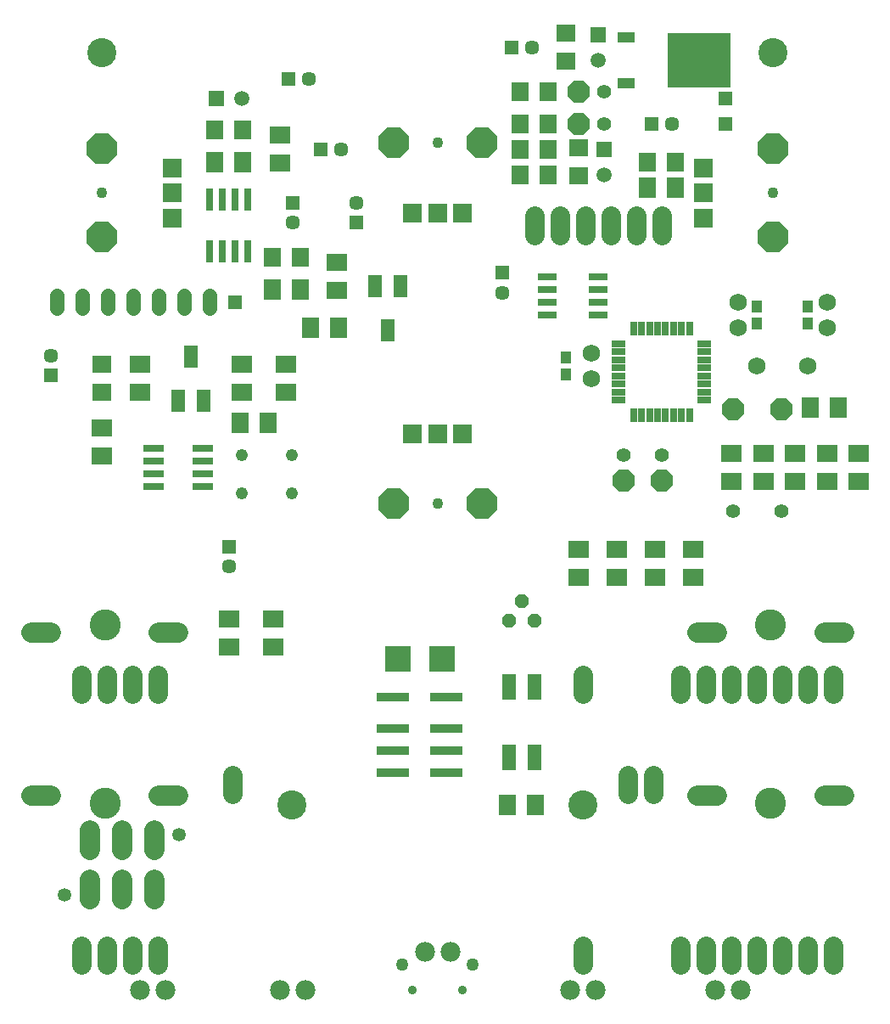
<source format=gbr>
G04 EAGLE Gerber X2 export*
%TF.Part,Single*%
%TF.FileFunction,Soldermask,Top,1*%
%TF.FilePolarity,Positive*%
%TF.GenerationSoftware,Autodesk,EAGLE,9.2.2*%
%TF.CreationDate,2019-01-20T22:08:28Z*%
G75*
%MOMM*%
%FSLAX34Y34*%
%LPD*%
%INSoldermask Top*%
%AMOC8*
5,1,8,0,0,1.08239X$1,22.5*%
G01*
%ADD10R,1.451600X1.451600*%
%ADD11C,1.451600*%
%ADD12R,1.101600X1.201600*%
%ADD13C,1.752600*%
%ADD14R,1.901600X1.701600*%
%ADD15C,1.244600*%
%ADD16R,1.701600X1.901600*%
%ADD17C,1.509600*%
%ADD18R,1.509600X1.509600*%
%ADD19R,0.711200X2.311400*%
%ADD20C,1.981200*%
%ADD21R,1.701600X2.101600*%
%ADD22R,2.101600X1.701600*%
%ADD23R,1.422400X2.286000*%
%ADD24R,1.981200X1.981200*%
%ADD25P,3.357141X8X22.500000*%
%ADD26C,1.101600*%
%ADD27R,1.422400X1.422400*%
%ADD28C,1.422400*%
%ADD29R,2.082800X0.660400*%
%ADD30R,1.371600X0.660400*%
%ADD31R,0.660400X1.371600*%
%ADD32P,3.357141X8X112.500000*%
%ADD33P,3.357141X8X202.500000*%
%ADD34P,3.357141X8X292.500000*%
%ADD35R,3.201600X0.901600*%
%ADD36R,1.371600X2.641600*%
%ADD37C,2.051600*%
%ADD38C,3.101600*%
%ADD39R,1.701600X1.101600*%
%ADD40R,6.301600X5.501600*%
%ADD41P,2.446851X8X22.500000*%
%ADD42R,2.501600X2.501600*%
%ADD43R,1.371600X1.371600*%
%ADD44C,1.351600*%
%ADD45C,0.889000*%
%ADD46C,1.270000*%
%ADD47C,1.981200*%
%ADD48C,2.901600*%
%ADD49P,1.539592X8X22.500000*%
%ADD50R,1.821600X0.701600*%
%ADD51C,1.401600*%
%ADD52P,2.446851X8X202.500000*%


D10*
X88900Y637700D03*
D11*
X88900Y657700D03*
D10*
X393700Y790100D03*
D11*
X393700Y810100D03*
D10*
X330200Y810100D03*
D11*
X330200Y790100D03*
D12*
X844550Y707000D03*
X844550Y690000D03*
X793750Y707000D03*
X793750Y690000D03*
D13*
X628650Y635000D03*
X628650Y660400D03*
D10*
X358300Y863600D03*
D11*
X378300Y863600D03*
D14*
X139700Y649000D03*
X139700Y621000D03*
D15*
X329800Y520700D03*
X279800Y520700D03*
D10*
X326550Y933450D03*
D11*
X346550Y933450D03*
D16*
X280700Y882650D03*
X252700Y882650D03*
X309850Y755650D03*
X337850Y755650D03*
D17*
X279400Y914400D03*
D18*
X254000Y914400D03*
D19*
X247650Y761238D03*
X260350Y761238D03*
X273050Y761238D03*
X285750Y761238D03*
X285750Y813562D03*
X273050Y813562D03*
X260350Y813562D03*
X247650Y813562D03*
D20*
X571500Y796798D02*
X571500Y778002D01*
X596900Y778002D02*
X596900Y796798D01*
X622300Y796798D02*
X622300Y778002D01*
X647700Y778002D02*
X647700Y796798D01*
X673100Y796798D02*
X673100Y778002D01*
X698500Y778002D02*
X698500Y796798D01*
D21*
X252700Y850900D03*
X280700Y850900D03*
X309850Y723900D03*
X337850Y723900D03*
X347950Y685800D03*
X375950Y685800D03*
D22*
X374650Y750600D03*
X374650Y722600D03*
D23*
X438180Y726850D03*
X425450Y682850D03*
X412720Y726850D03*
D21*
X712500Y825500D03*
X684500Y825500D03*
D22*
X317500Y877600D03*
X317500Y849600D03*
X177800Y621000D03*
X177800Y649000D03*
D21*
X278100Y590550D03*
X306100Y590550D03*
D22*
X311150Y395000D03*
X311150Y367000D03*
X139700Y557500D03*
X139700Y585500D03*
X323850Y649000D03*
X323850Y621000D03*
X279400Y649000D03*
X279400Y621000D03*
D23*
X215870Y613000D03*
X228600Y657000D03*
X241330Y613000D03*
D24*
X210000Y845000D03*
X210000Y820000D03*
X210000Y795000D03*
D25*
X140000Y864000D03*
X140000Y776000D03*
D26*
X140000Y820000D03*
D27*
X273050Y711200D03*
D28*
X247650Y717804D02*
X247650Y704596D01*
X222250Y704596D02*
X222250Y717804D01*
X196850Y717804D02*
X196850Y704596D01*
X171450Y704596D02*
X171450Y717804D01*
X146050Y717804D02*
X146050Y704596D01*
X120650Y704596D02*
X120650Y717804D01*
X95250Y717804D02*
X95250Y704596D01*
D29*
X240538Y527050D03*
X240538Y539750D03*
X240538Y552450D03*
X240538Y565150D03*
X191262Y565150D03*
X191262Y552450D03*
X191262Y539750D03*
X191262Y527050D03*
D30*
X741426Y613350D03*
X741426Y621350D03*
X741426Y629350D03*
X741426Y637350D03*
X741426Y645350D03*
X741426Y653350D03*
X741426Y661350D03*
X741426Y669350D03*
D31*
X726500Y684276D03*
X718500Y684276D03*
X710500Y684276D03*
X702500Y684276D03*
X694500Y684276D03*
X686500Y684276D03*
X678500Y684276D03*
X670500Y684276D03*
D30*
X655574Y669350D03*
X655574Y661350D03*
X655574Y653350D03*
X655574Y645350D03*
X655574Y637350D03*
X655574Y629350D03*
X655574Y621350D03*
X655574Y613350D03*
D31*
X670500Y598424D03*
X678500Y598424D03*
X686500Y598424D03*
X694500Y598424D03*
X702500Y598424D03*
X710500Y598424D03*
X718500Y598424D03*
X726500Y598424D03*
D13*
X793750Y647700D03*
X844550Y647700D03*
D22*
X800100Y532100D03*
X800100Y560100D03*
X831850Y532100D03*
X831850Y560100D03*
X863600Y532100D03*
X863600Y560100D03*
X768350Y532100D03*
X768350Y560100D03*
D24*
X450000Y580000D03*
X475000Y580000D03*
X500000Y580000D03*
D32*
X431000Y510000D03*
X519000Y510000D03*
D26*
X475000Y510000D03*
D24*
X740000Y795000D03*
X740000Y820000D03*
X740000Y845000D03*
D33*
X810000Y776000D03*
X810000Y864000D03*
D26*
X810000Y820000D03*
D24*
X500000Y800000D03*
X475000Y800000D03*
X450000Y800000D03*
D34*
X519000Y870000D03*
X431000Y870000D03*
D26*
X475000Y870000D03*
D22*
X266700Y367000D03*
X266700Y395000D03*
X895350Y532100D03*
X895350Y560100D03*
D35*
X430700Y317400D03*
X430700Y285400D03*
X430700Y263400D03*
X430700Y241400D03*
X483700Y317400D03*
X483700Y285400D03*
X483700Y263400D03*
X483700Y241400D03*
D36*
X571500Y327100D03*
X546100Y327100D03*
X546100Y257100D03*
X571500Y257100D03*
D22*
X615950Y464850D03*
X615950Y436850D03*
X654050Y436850D03*
X654050Y464850D03*
X692150Y436850D03*
X692150Y464850D03*
D37*
X89250Y218850D02*
X69750Y218850D01*
X69750Y381150D02*
X89250Y381150D01*
X196750Y218850D02*
X216250Y218850D01*
X216250Y381150D02*
X196750Y381150D01*
D38*
X143000Y211100D03*
X143000Y388900D03*
D37*
X860950Y381150D02*
X880450Y381150D01*
X880450Y218850D02*
X860950Y218850D01*
X753450Y381150D02*
X733950Y381150D01*
X733950Y218850D02*
X753450Y218850D01*
D38*
X807200Y388900D03*
X807200Y211100D03*
D16*
X684500Y850900D03*
X712500Y850900D03*
D10*
X688500Y889000D03*
D11*
X708500Y889000D03*
D10*
X548800Y965200D03*
D11*
X568800Y965200D03*
D14*
X603250Y979200D03*
X603250Y951200D03*
D17*
X641350Y838200D03*
D18*
X641350Y863600D03*
D17*
X635000Y952500D03*
D18*
X635000Y977900D03*
D39*
X663200Y975300D03*
X663200Y929700D03*
D40*
X736200Y952500D03*
D10*
X266700Y467200D03*
D11*
X266700Y447200D03*
D21*
X544800Y209550D03*
X572800Y209550D03*
D15*
X329800Y558800D03*
X279800Y558800D03*
D16*
X557500Y889000D03*
X585500Y889000D03*
X557500Y863600D03*
X585500Y863600D03*
X557500Y838200D03*
X585500Y838200D03*
D14*
X615950Y864900D03*
X615950Y836900D03*
D41*
X660400Y533400D03*
X698500Y533400D03*
D20*
X870000Y339398D02*
X870000Y320602D01*
X844600Y320602D02*
X844600Y339398D01*
X819200Y339398D02*
X819200Y320602D01*
X793800Y320602D02*
X793800Y339398D01*
X768400Y339398D02*
X768400Y320602D01*
X743000Y320602D02*
X743000Y339398D01*
X717600Y339398D02*
X717600Y320602D01*
D41*
X615950Y920750D03*
X615950Y889000D03*
D42*
X435200Y355600D03*
X479200Y355600D03*
D43*
X762000Y914400D03*
X762000Y889000D03*
D37*
X128000Y135000D02*
X128000Y115500D01*
X160000Y115500D02*
X160000Y135000D01*
X192000Y135000D02*
X192000Y115500D01*
X192000Y165000D02*
X192000Y184500D01*
X160000Y184500D02*
X160000Y165000D01*
X128000Y165000D02*
X128000Y184500D01*
D44*
X103000Y120000D03*
X217000Y180000D03*
D45*
X500000Y25400D03*
X450000Y25400D03*
D46*
X440000Y50400D03*
X510000Y50400D03*
D47*
X177800Y25400D03*
X203200Y25400D03*
X317500Y25400D03*
X342900Y25400D03*
X607300Y25400D03*
X632700Y25400D03*
X752300Y25400D03*
X777700Y25400D03*
D20*
X870000Y50602D02*
X870000Y69398D01*
X844600Y69398D02*
X844600Y50602D01*
X819200Y50602D02*
X819200Y69398D01*
X793800Y69398D02*
X793800Y50602D01*
X768400Y50602D02*
X768400Y69398D01*
X743000Y69398D02*
X743000Y50602D01*
X717600Y50602D02*
X717600Y69398D01*
D22*
X730250Y436850D03*
X730250Y464850D03*
D20*
X120000Y339398D02*
X120000Y320602D01*
X145400Y320602D02*
X145400Y339398D01*
X170800Y339398D02*
X170800Y320602D01*
X196200Y320602D02*
X196200Y339398D01*
X120000Y69398D02*
X120000Y50602D01*
X145400Y50602D02*
X145400Y69398D01*
X170800Y69398D02*
X170800Y50602D01*
X196200Y50602D02*
X196200Y69398D01*
D47*
X462300Y63500D03*
X487700Y63500D03*
D48*
X140000Y960000D03*
X810000Y960000D03*
D20*
X620000Y69398D02*
X620000Y50602D01*
X620000Y320602D02*
X620000Y339398D01*
D16*
X585500Y920750D03*
X557500Y920750D03*
D49*
X571500Y393700D03*
X558800Y412750D03*
X546100Y393700D03*
D13*
X774700Y711200D03*
X774700Y685800D03*
X863600Y711200D03*
X863600Y685800D03*
D12*
X603250Y639200D03*
X603250Y656200D03*
D48*
X330000Y210000D03*
X620000Y210000D03*
D50*
X635000Y698500D03*
X635000Y711200D03*
X635000Y723900D03*
X635000Y736600D03*
X584200Y736600D03*
X584200Y723900D03*
X584200Y711200D03*
X584200Y698500D03*
D10*
X539750Y740250D03*
D11*
X539750Y720250D03*
D51*
X641350Y889000D03*
X641350Y920750D03*
X660400Y558800D03*
X698500Y558800D03*
D52*
X818183Y604258D03*
D41*
X769512Y604258D03*
D51*
X818183Y502936D03*
X769512Y502936D03*
D21*
X846494Y605553D03*
X874494Y605553D03*
D20*
X270000Y239398D02*
X270000Y220602D01*
X690000Y220602D02*
X690000Y239398D01*
X665000Y239398D02*
X665000Y220602D01*
M02*

</source>
